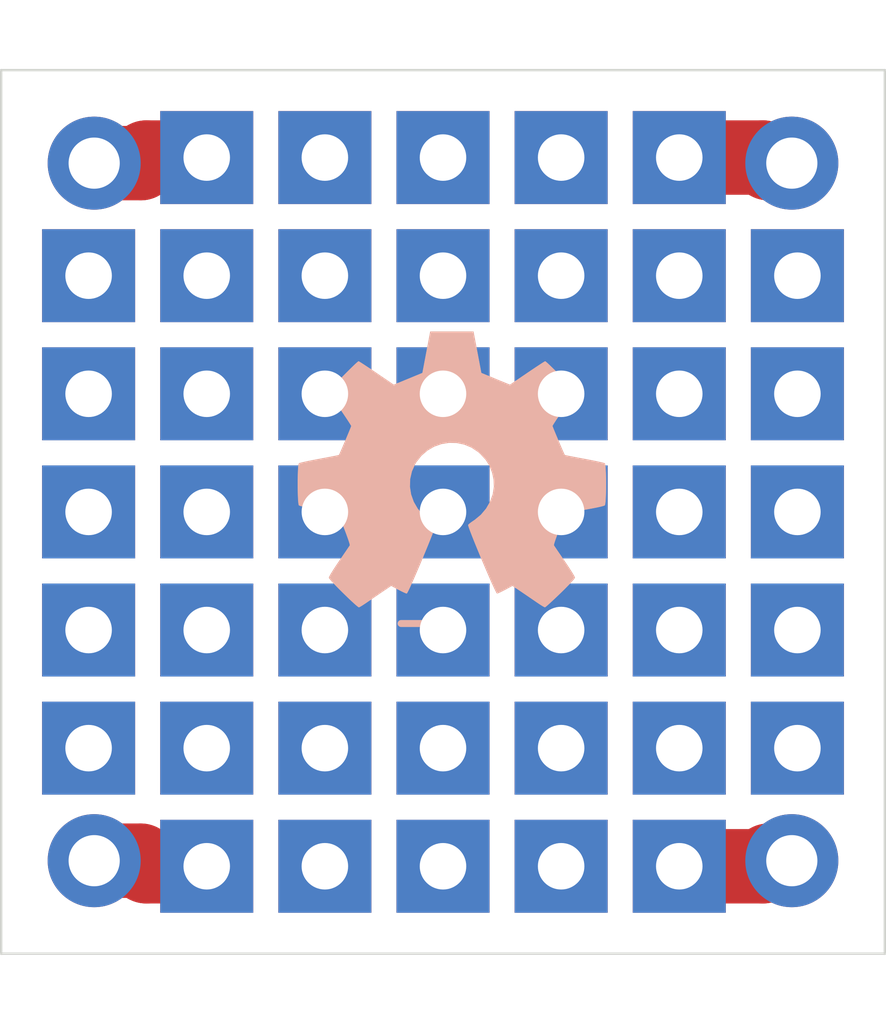
<source format=kicad_pcb>
(kicad_pcb (version 20171130) (host pcbnew 5.1.8-db9833491~87~ubuntu20.04.1)

  (general
    (thickness 1.6)
    (drawings 4)
    (tracks 12)
    (zones 0)
    (modules 7)
    (nets 5)
  )

  (page A4)
  (layers
    (0 F.Cu signal)
    (31 B.Cu signal)
    (32 B.Adhes user)
    (33 F.Adhes user)
    (34 B.Paste user)
    (35 F.Paste user)
    (36 B.SilkS user)
    (37 F.SilkS user)
    (38 B.Mask user)
    (39 F.Mask user)
    (40 Dwgs.User user)
    (41 Cmts.User user)
    (42 Eco1.User user)
    (43 Eco2.User user)
    (44 Edge.Cuts user)
    (45 Margin user)
    (46 B.CrtYd user)
    (47 F.CrtYd user)
    (48 B.Fab user)
    (49 F.Fab user)
  )

  (setup
    (last_trace_width 1.6)
    (user_trace_width 0.2)
    (user_trace_width 0.3)
    (user_trace_width 0.4)
    (user_trace_width 0.6)
    (user_trace_width 0.8)
    (user_trace_width 1)
    (user_trace_width 1.2)
    (user_trace_width 1.4)
    (user_trace_width 1.6)
    (user_trace_width 2)
    (trace_clearance 0.2)
    (zone_clearance 0.508)
    (zone_45_only no)
    (trace_min 0.1524)
    (via_size 0.8)
    (via_drill 0.4)
    (via_min_size 0.381)
    (via_min_drill 0.254)
    (user_via 0.4 0.254)
    (user_via 0.5 0.3)
    (user_via 0.6 0.4)
    (user_via 0.8 0.6)
    (user_via 1.1 0.8)
    (user_via 1.3 1)
    (user_via 1.5 1.2)
    (user_via 1.7 1.4)
    (user_via 1.9 1.6)
    (user_via 2.5 2)
    (uvia_size 0.3)
    (uvia_drill 0.1)
    (uvias_allowed no)
    (uvia_min_size 0.2)
    (uvia_min_drill 0.1)
    (edge_width 0.05)
    (segment_width 0.2)
    (pcb_text_width 0.3)
    (pcb_text_size 1.5 1.5)
    (mod_edge_width 0.12)
    (mod_text_size 0.8 0.8)
    (mod_text_width 0.12)
    (pad_size 1.524 1.524)
    (pad_drill 0.762)
    (pad_to_mask_clearance 0.0762)
    (solder_mask_min_width 0.1016)
    (pad_to_paste_clearance_ratio -0.1)
    (aux_axis_origin 0 0)
    (visible_elements FFFFFF7F)
    (pcbplotparams
      (layerselection 0x010fc_ffffffff)
      (usegerberextensions false)
      (usegerberattributes true)
      (usegerberadvancedattributes true)
      (creategerberjobfile true)
      (excludeedgelayer true)
      (linewidth 0.100000)
      (plotframeref false)
      (viasonmask false)
      (mode 1)
      (useauxorigin false)
      (hpglpennumber 1)
      (hpglpenspeed 20)
      (hpglpendiameter 15.000000)
      (psnegative false)
      (psa4output false)
      (plotreference true)
      (plotvalue true)
      (plotinvisibletext false)
      (padsonsilk false)
      (subtractmaskfromsilk false)
      (outputformat 1)
      (mirror false)
      (drillshape 1)
      (scaleselection 1)
      (outputdirectory ""))
  )

  (net 0 "")
  (net 1 /1)
  (net 2 /2)
  (net 3 /4)
  (net 4 /3)

  (net_class Default "This is the default net class."
    (clearance 0.2)
    (trace_width 0.25)
    (via_dia 0.8)
    (via_drill 0.4)
    (uvia_dia 0.3)
    (uvia_drill 0.1)
    (add_net /1)
    (add_net /2)
    (add_net /3)
    (add_net /4)
  )

  (module SquantorProto:proto-TH-0245-KOSGRID-1X1-P020SQ-H010 (layer F.Cu) (tedit 5FB8F79F) (tstamp 5FB95FE5)
    (at 149.5 70.5)
    (descr "Komos grid 1 by 1 prototyping area")
    (tags "KOSMOS prototyping area")
    (path /5FB8068F)
    (fp_text reference U1 (at 0 -10.16) (layer F.Fab)
      (effects (font (size 1 1) (thickness 0.15)))
    )
    (fp_text value KOSMOS_1x1_protoarea (at 0 10.16) (layer F.Fab)
      (effects (font (size 1 1) (thickness 0.15)))
    )
    (pad NC thru_hole rect (at -2.54 7.62) (size 2 2) (drill 1) (layers *.Cu *.Mask))
    (pad NC thru_hole rect (at 0 7.62) (size 2 2) (drill 1) (layers *.Cu *.Mask))
    (pad 3 thru_hole rect (at 5.08 7.62) (size 2 2) (drill 1) (layers *.Cu *.Mask)
      (net 4 /3))
    (pad 2 thru_hole rect (at -5.08 7.62) (size 2 2) (drill 1) (layers *.Cu *.Mask)
      (net 2 /2))
    (pad NC thru_hole rect (at 2.54 7.62) (size 2 2) (drill 1) (layers *.Cu *.Mask))
    (pad NC thru_hole rect (at -7.62 2.54) (size 2 2) (drill 1) (layers *.Cu *.Mask))
    (pad NC thru_hole rect (at 2.54 5.08) (size 2 2) (drill 1) (layers *.Cu *.Mask))
    (pad NC thru_hole rect (at 5.08 2.54) (size 2 2) (drill 1) (layers *.Cu *.Mask))
    (pad NC thru_hole rect (at -2.54 2.54) (size 2 2) (drill 1) (layers *.Cu *.Mask))
    (pad NC thru_hole rect (at 0 5.08) (size 2 2) (drill 1) (layers *.Cu *.Mask))
    (pad NC thru_hole rect (at -5.08 2.54) (size 2 2) (drill 1) (layers *.Cu *.Mask))
    (pad NC thru_hole rect (at -5.08 5.08) (size 2 2) (drill 1) (layers *.Cu *.Mask))
    (pad NC thru_hole rect (at -7.62 5.08) (size 2 2) (drill 1) (layers *.Cu *.Mask))
    (pad NC thru_hole rect (at -2.54 5.08) (size 2 2) (drill 1) (layers *.Cu *.Mask))
    (pad NC thru_hole rect (at 0 2.54) (size 2 2) (drill 1) (layers *.Cu *.Mask))
    (pad NC thru_hole rect (at 7.62 2.54) (size 2 2) (drill 1) (layers *.Cu *.Mask))
    (pad NC thru_hole rect (at 2.54 2.54) (size 2 2) (drill 1) (layers *.Cu *.Mask))
    (pad NC thru_hole rect (at 7.62 5.08) (size 2 2) (drill 1) (layers *.Cu *.Mask))
    (pad NC thru_hole rect (at 5.08 5.08) (size 2 2) (drill 1) (layers *.Cu *.Mask))
    (pad NC thru_hole rect (at -7.62 -5.08) (size 2 2) (drill 1) (layers *.Cu *.Mask))
    (pad NC thru_hole rect (at -2.54 -5.08) (size 2 2) (drill 1) (layers *.Cu *.Mask))
    (pad NC thru_hole rect (at 0 -7.62) (size 2 2) (drill 1) (layers *.Cu *.Mask))
    (pad NC thru_hole rect (at -5.08 -5.08) (size 2 2) (drill 1) (layers *.Cu *.Mask))
    (pad 1 thru_hole rect (at -5.08 -7.62) (size 2 2) (drill 1) (layers *.Cu *.Mask)
      (net 1 /1))
    (pad NC thru_hole rect (at 2.54 -7.62) (size 2 2) (drill 1) (layers *.Cu *.Mask))
    (pad NC thru_hole rect (at -2.54 -7.62) (size 2 2) (drill 1) (layers *.Cu *.Mask))
    (pad NC thru_hole rect (at 2.54 -5.08) (size 2 2) (drill 1) (layers *.Cu *.Mask))
    (pad NC thru_hole rect (at 0 -5.08) (size 2 2) (drill 1) (layers *.Cu *.Mask))
    (pad NC thru_hole rect (at 7.62 -5.08) (size 2 2) (drill 1) (layers *.Cu *.Mask))
    (pad 4 thru_hole rect (at 5.08 -7.62) (size 2 2) (drill 1) (layers *.Cu *.Mask)
      (net 3 /4))
    (pad NC thru_hole rect (at 5.08 -5.08) (size 2 2) (drill 1) (layers *.Cu *.Mask))
    (pad NC thru_hole rect (at -7.62 -2.54) (size 2 2) (drill 1) (layers *.Cu *.Mask))
    (pad NC thru_hole rect (at -7.62 0) (size 2 2) (drill 1) (layers *.Cu *.Mask))
    (pad NC thru_hole rect (at -5.08 -2.54) (size 2 2) (drill 1) (layers *.Cu *.Mask))
    (pad NC thru_hole rect (at -5.08 0) (size 2 2) (drill 1) (layers *.Cu *.Mask))
    (pad NC thru_hole rect (at 7.62 -2.54) (size 2 2) (drill 1) (layers *.Cu *.Mask))
    (pad NC thru_hole rect (at 7.62 0) (size 2 2) (drill 1) (layers *.Cu *.Mask))
    (pad NC thru_hole rect (at 2.54 -2.54) (size 2 2) (drill 1) (layers *.Cu *.Mask))
    (pad NC thru_hole rect (at 5.08 0) (size 2 2) (drill 1) (layers *.Cu *.Mask))
    (pad NC thru_hole rect (at 2.54 0) (size 2 2) (drill 1) (layers *.Cu *.Mask))
    (pad NC thru_hole rect (at 5.08 -2.54) (size 2 2) (drill 1) (layers *.Cu *.Mask))
    (pad NC thru_hole rect (at 0 -2.54) (size 2 2) (drill 1) (layers *.Cu *.Mask))
    (pad NC thru_hole rect (at -2.54 -2.54) (size 2 2) (drill 1) (layers *.Cu *.Mask))
    (pad NC thru_hole rect (at -2.54 0) (size 2 2) (drill 1) (layers *.Cu *.Mask))
    (pad NC thru_hole rect (at 0 0) (size 2 2) (drill 1) (layers *.Cu *.Mask))
  )

  (module mill-max:PC_pin_nail_head_6092 locked (layer F.Cu) (tedit 5FB583BD) (tstamp 5FB5E4C9)
    (at 157 78)
    (path /5FB5975F)
    (fp_text reference J4 (at -2 -2) (layer F.Fab)
      (effects (font (size 1 1) (thickness 0.15)))
    )
    (fp_text value 3 (at -2 -2) (layer F.Fab)
      (effects (font (size 1 1) (thickness 0.15)))
    )
    (fp_circle (center 0 0) (end 1.3 0) (layer F.CrtYd) (width 0.025))
    (fp_circle (center 0 0) (end 1.3 0) (layer B.CrtYd) (width 0.025))
    (pad 1 thru_hole circle (at 0 0) (size 2 2) (drill 1.1) (layers *.Cu *.Mask)
      (net 4 /3))
  )

  (module mill-max:PC_pin_nail_head_6092 locked (layer F.Cu) (tedit 5FB583BD) (tstamp 5FB5E4C2)
    (at 157 63)
    (path /5FB592C5)
    (fp_text reference J3 (at -2 2) (layer F.Fab)
      (effects (font (size 1 1) (thickness 0.15)))
    )
    (fp_text value 4 (at -2 2) (layer F.Fab)
      (effects (font (size 1 1) (thickness 0.15)))
    )
    (fp_circle (center 0 0) (end 1.3 0) (layer F.CrtYd) (width 0.025))
    (fp_circle (center 0 0) (end 1.3 0) (layer B.CrtYd) (width 0.025))
    (pad 1 thru_hole circle (at 0 0) (size 2 2) (drill 1.1) (layers *.Cu *.Mask)
      (net 3 /4))
  )

  (module mill-max:PC_pin_nail_head_6092 locked (layer F.Cu) (tedit 5FB583BD) (tstamp 5FB5E4BB)
    (at 142 78)
    (path /5FB58352)
    (fp_text reference J2 (at 2 -2) (layer F.Fab)
      (effects (font (size 1 1) (thickness 0.15)))
    )
    (fp_text value 2 (at 2 -2) (layer F.Fab)
      (effects (font (size 1 1) (thickness 0.15)))
    )
    (fp_circle (center 0 0) (end 1.3 0) (layer F.CrtYd) (width 0.025))
    (fp_circle (center 0 0) (end 1.3 0) (layer B.CrtYd) (width 0.025))
    (pad 1 thru_hole circle (at 0 0) (size 2 2) (drill 1.1) (layers *.Cu *.Mask)
      (net 2 /2))
  )

  (module mill-max:PC_pin_nail_head_6092 locked (layer F.Cu) (tedit 5FB583BD) (tstamp 5FB5E4B4)
    (at 142 63)
    (path /5FB58B49)
    (fp_text reference J1 (at 2 2) (layer F.Fab)
      (effects (font (size 1 1) (thickness 0.15)))
    )
    (fp_text value 1 (at 2 2) (layer F.Fab)
      (effects (font (size 1 1) (thickness 0.15)))
    )
    (fp_circle (center 0 0) (end 1.3 0) (layer F.CrtYd) (width 0.025))
    (fp_circle (center 0 0) (end 1.3 0) (layer B.CrtYd) (width 0.025))
    (pad 1 thru_hole circle (at 0 0) (size 2 2) (drill 1.1) (layers *.Cu *.Mask)
      (net 1 /1))
  )

  (module Symbol:OSHW-Symbol_6.7x6mm_SilkScreen (layer B.Cu) (tedit 0) (tstamp 5EE12086)
    (at 149.7 69.6 180)
    (descr "Open Source Hardware Symbol")
    (tags "Logo Symbol OSHW")
    (path /5EE13678)
    (attr virtual)
    (fp_text reference N2 (at 0 0) (layer B.SilkS) hide
      (effects (font (size 1 1) (thickness 0.15)) (justify mirror))
    )
    (fp_text value OHWLOGO (at 0.75 0) (layer B.Fab) hide
      (effects (font (size 1 1) (thickness 0.15)) (justify mirror))
    )
    (fp_poly (pts (xy 0.555814 2.531069) (xy 0.639635 2.086445) (xy 0.94892 1.958947) (xy 1.258206 1.831449)
      (xy 1.629246 2.083754) (xy 1.733157 2.154004) (xy 1.827087 2.216728) (xy 1.906652 2.269062)
      (xy 1.96747 2.308143) (xy 2.005157 2.331107) (xy 2.015421 2.336058) (xy 2.03391 2.323324)
      (xy 2.07342 2.288118) (xy 2.129522 2.234938) (xy 2.197787 2.168282) (xy 2.273786 2.092646)
      (xy 2.353092 2.012528) (xy 2.431275 1.932426) (xy 2.503907 1.856836) (xy 2.566559 1.790255)
      (xy 2.614803 1.737182) (xy 2.64421 1.702113) (xy 2.651241 1.690377) (xy 2.641123 1.66874)
      (xy 2.612759 1.621338) (xy 2.569129 1.552807) (xy 2.513218 1.467785) (xy 2.448006 1.370907)
      (xy 2.410219 1.31565) (xy 2.341343 1.214752) (xy 2.28014 1.123701) (xy 2.229578 1.04703)
      (xy 2.192628 0.989272) (xy 2.172258 0.954957) (xy 2.169197 0.947746) (xy 2.176136 0.927252)
      (xy 2.195051 0.879487) (xy 2.223087 0.811168) (xy 2.257391 0.729011) (xy 2.295109 0.63973)
      (xy 2.333387 0.550042) (xy 2.36937 0.466662) (xy 2.400206 0.396306) (xy 2.423039 0.34569)
      (xy 2.435017 0.321529) (xy 2.435724 0.320578) (xy 2.454531 0.315964) (xy 2.504618 0.305672)
      (xy 2.580793 0.290713) (xy 2.677865 0.272099) (xy 2.790643 0.250841) (xy 2.856442 0.238582)
      (xy 2.97695 0.215638) (xy 3.085797 0.193805) (xy 3.177476 0.174278) (xy 3.246481 0.158252)
      (xy 3.287304 0.146921) (xy 3.295511 0.143326) (xy 3.303548 0.118994) (xy 3.310033 0.064041)
      (xy 3.31497 -0.015108) (xy 3.318364 -0.112026) (xy 3.320218 -0.220287) (xy 3.320538 -0.333465)
      (xy 3.319327 -0.445135) (xy 3.31659 -0.548868) (xy 3.312331 -0.638241) (xy 3.306555 -0.706826)
      (xy 3.299267 -0.748197) (xy 3.294895 -0.75681) (xy 3.268764 -0.767133) (xy 3.213393 -0.781892)
      (xy 3.136107 -0.799352) (xy 3.04423 -0.81778) (xy 3.012158 -0.823741) (xy 2.857524 -0.852066)
      (xy 2.735375 -0.874876) (xy 2.641673 -0.89308) (xy 2.572384 -0.907583) (xy 2.523471 -0.919292)
      (xy 2.490897 -0.929115) (xy 2.470628 -0.937956) (xy 2.458626 -0.946724) (xy 2.456947 -0.948457)
      (xy 2.440184 -0.976371) (xy 2.414614 -1.030695) (xy 2.382788 -1.104777) (xy 2.34726 -1.191965)
      (xy 2.310583 -1.285608) (xy 2.275311 -1.379052) (xy 2.243996 -1.465647) (xy 2.219193 -1.53874)
      (xy 2.203454 -1.591678) (xy 2.199332 -1.617811) (xy 2.199676 -1.618726) (xy 2.213641 -1.640086)
      (xy 2.245322 -1.687084) (xy 2.291391 -1.754827) (xy 2.348518 -1.838423) (xy 2.413373 -1.932982)
      (xy 2.431843 -1.959854) (xy 2.497699 -2.057275) (xy 2.55565 -2.146163) (xy 2.602538 -2.221412)
      (xy 2.635207 -2.27792) (xy 2.6505 -2.310581) (xy 2.651241 -2.314593) (xy 2.638392 -2.335684)
      (xy 2.602888 -2.377464) (xy 2.549293 -2.435445) (xy 2.482171 -2.505135) (xy 2.406087 -2.582045)
      (xy 2.325604 -2.661683) (xy 2.245287 -2.739561) (xy 2.169699 -2.811186) (xy 2.103405 -2.87207)
      (xy 2.050969 -2.917721) (xy 2.016955 -2.94365) (xy 2.007545 -2.947883) (xy 1.985643 -2.937912)
      (xy 1.9408 -2.91102) (xy 1.880321 -2.871736) (xy 1.833789 -2.840117) (xy 1.749475 -2.782098)
      (xy 1.649626 -2.713784) (xy 1.549473 -2.645579) (xy 1.495627 -2.609075) (xy 1.313371 -2.4858)
      (xy 1.160381 -2.56852) (xy 1.090682 -2.604759) (xy 1.031414 -2.632926) (xy 0.991311 -2.648991)
      (xy 0.981103 -2.651226) (xy 0.968829 -2.634722) (xy 0.944613 -2.588082) (xy 0.910263 -2.515609)
      (xy 0.867588 -2.421606) (xy 0.818394 -2.310374) (xy 0.76449 -2.186215) (xy 0.707684 -2.053432)
      (xy 0.649782 -1.916327) (xy 0.592593 -1.779202) (xy 0.537924 -1.646358) (xy 0.487584 -1.522098)
      (xy 0.44338 -1.410725) (xy 0.407119 -1.316539) (xy 0.380609 -1.243844) (xy 0.365658 -1.196941)
      (xy 0.363254 -1.180833) (xy 0.382311 -1.160286) (xy 0.424036 -1.126933) (xy 0.479706 -1.087702)
      (xy 0.484378 -1.084599) (xy 0.628264 -0.969423) (xy 0.744283 -0.835053) (xy 0.83143 -0.685784)
      (xy 0.888699 -0.525913) (xy 0.915086 -0.359737) (xy 0.909585 -0.191552) (xy 0.87119 -0.025655)
      (xy 0.798895 0.133658) (xy 0.777626 0.168513) (xy 0.666996 0.309263) (xy 0.536302 0.422286)
      (xy 0.390064 0.506997) (xy 0.232808 0.562806) (xy 0.069057 0.589126) (xy -0.096667 0.58537)
      (xy -0.259838 0.55095) (xy -0.415935 0.485277) (xy -0.560433 0.387765) (xy -0.605131 0.348187)
      (xy -0.718888 0.224297) (xy -0.801782 0.093876) (xy -0.858644 -0.052315) (xy -0.890313 -0.197088)
      (xy -0.898131 -0.35986) (xy -0.872062 -0.52344) (xy -0.814755 -0.682298) (xy -0.728856 -0.830906)
      (xy -0.617014 -0.963735) (xy -0.481877 -1.075256) (xy -0.464117 -1.087011) (xy -0.40785 -1.125508)
      (xy -0.365077 -1.158863) (xy -0.344628 -1.18016) (xy -0.344331 -1.180833) (xy -0.348721 -1.203871)
      (xy -0.366124 -1.256157) (xy -0.394732 -1.33339) (xy -0.432735 -1.431268) (xy -0.478326 -1.545491)
      (xy -0.529697 -1.671758) (xy -0.585038 -1.805767) (xy -0.642542 -1.943218) (xy -0.700399 -2.079808)
      (xy -0.756802 -2.211237) (xy -0.809942 -2.333205) (xy -0.85801 -2.441409) (xy -0.899199 -2.531549)
      (xy -0.931699 -2.599323) (xy -0.953703 -2.64043) (xy -0.962564 -2.651226) (xy -0.98964 -2.642819)
      (xy -1.040303 -2.620272) (xy -1.105817 -2.587613) (xy -1.141841 -2.56852) (xy -1.294832 -2.4858)
      (xy -1.477088 -2.609075) (xy -1.570125 -2.672228) (xy -1.671985 -2.741727) (xy -1.767438 -2.807165)
      (xy -1.81525 -2.840117) (xy -1.882495 -2.885273) (xy -1.939436 -2.921057) (xy -1.978646 -2.942938)
      (xy -1.991381 -2.947563) (xy -2.009917 -2.935085) (xy -2.050941 -2.900252) (xy -2.110475 -2.846678)
      (xy -2.184542 -2.777983) (xy -2.269165 -2.697781) (xy -2.322685 -2.646286) (xy -2.416319 -2.554286)
      (xy -2.497241 -2.471999) (xy -2.562177 -2.402945) (xy -2.607858 -2.350644) (xy -2.631011 -2.318616)
      (xy -2.633232 -2.312116) (xy -2.622924 -2.287394) (xy -2.594439 -2.237405) (xy -2.550937 -2.167212)
      (xy -2.495577 -2.081875) (xy -2.43152 -1.986456) (xy -2.413303 -1.959854) (xy -2.346927 -1.863167)
      (xy -2.287378 -1.776117) (xy -2.237984 -1.703595) (xy -2.202075 -1.650493) (xy -2.182981 -1.621703)
      (xy -2.181136 -1.618726) (xy -2.183895 -1.595782) (xy -2.198538 -1.545336) (xy -2.222513 -1.474041)
      (xy -2.253266 -1.388547) (xy -2.288244 -1.295507) (xy -2.324893 -1.201574) (xy -2.360661 -1.113399)
      (xy -2.392994 -1.037634) (xy -2.419338 -0.980931) (xy -2.437142 -0.949943) (xy -2.438407 -0.948457)
      (xy -2.449294 -0.939601) (xy -2.467682 -0.930843) (xy -2.497606 -0.921277) (xy -2.543103 -0.909996)
      (xy -2.608209 -0.896093) (xy -2.696961 -0.878663) (xy -2.813393 -0.856798) (xy -2.961542 -0.829591)
      (xy -2.993618 -0.823741) (xy -3.088686 -0.805374) (xy -3.171565 -0.787405) (xy -3.23493 -0.771569)
      (xy -3.271458 -0.7596) (xy -3.276356 -0.75681) (xy -3.284427 -0.732072) (xy -3.290987 -0.67679)
      (xy -3.296033 -0.597389) (xy -3.299559 -0.500296) (xy -3.301561 -0.391938) (xy -3.302036 -0.27874)
      (xy -3.300977 -0.167128) (xy -3.298382 -0.063529) (xy -3.294246 0.025632) (xy -3.288563 0.093928)
      (xy -3.281331 0.134934) (xy -3.276971 0.143326) (xy -3.252698 0.151792) (xy -3.197426 0.165565)
      (xy -3.116662 0.18345) (xy -3.015912 0.204252) (xy -2.900683 0.226777) (xy -2.837902 0.238582)
      (xy -2.718787 0.260849) (xy -2.612565 0.281021) (xy -2.524427 0.298085) (xy -2.459566 0.311031)
      (xy -2.423174 0.318845) (xy -2.417184 0.320578) (xy -2.407061 0.34011) (xy -2.385662 0.387157)
      (xy -2.355839 0.454997) (xy -2.320445 0.536909) (xy -2.282332 0.626172) (xy -2.244353 0.716065)
      (xy -2.20936 0.799865) (xy -2.180206 0.870853) (xy -2.159743 0.922306) (xy -2.150823 0.947503)
      (xy -2.150657 0.948604) (xy -2.160769 0.968481) (xy -2.189117 1.014223) (xy -2.232723 1.081283)
      (xy -2.288606 1.165116) (xy -2.353787 1.261174) (xy -2.391679 1.31635) (xy -2.460725 1.417519)
      (xy -2.52205 1.50937) (xy -2.572663 1.587256) (xy -2.609571 1.646531) (xy -2.629782 1.682549)
      (xy -2.632701 1.690623) (xy -2.620153 1.709416) (xy -2.585463 1.749543) (xy -2.533063 1.806507)
      (xy -2.467384 1.875815) (xy -2.392856 1.952969) (xy -2.313913 2.033475) (xy -2.234983 2.112837)
      (xy -2.1605 2.18656) (xy -2.094894 2.250148) (xy -2.042596 2.299106) (xy -2.008039 2.328939)
      (xy -1.996478 2.336058) (xy -1.977654 2.326047) (xy -1.932631 2.297922) (xy -1.865787 2.254546)
      (xy -1.781499 2.198782) (xy -1.684144 2.133494) (xy -1.610707 2.083754) (xy -1.239667 1.831449)
      (xy -0.621095 2.086445) (xy -0.537275 2.531069) (xy -0.453454 2.975693) (xy 0.471994 2.975693)
      (xy 0.555814 2.531069)) (layer B.SilkS) (width 0.01))
  )

  (module SquantorLabels:Label_Generic (layer B.Cu) (tedit 5D8A7D4C) (tstamp 5EE12051)
    (at 149.1 73.5)
    (descr "Label for general purpose use")
    (tags Label)
    (path /5EE12BF3)
    (attr smd)
    (fp_text reference N1 (at 0 -1.85) (layer B.Fab) hide
      (effects (font (size 1 1) (thickness 0.15)) (justify mirror))
    )
    (fp_text value 20201120 (at 0.8 0.1) (layer F.Fab)
      (effects (font (size 0.8 0.8) (thickness 0.15)) (justify mirror))
    )
    (fp_line (start -0.5 -0.6) (end 0.5 -0.6) (layer B.SilkS) (width 0.15))
  )

  (gr_line (start 159 61) (end 140 61) (layer Edge.Cuts) (width 0.05) (tstamp 5FB5E506))
  (gr_line (start 159 61) (end 159 80) (layer Edge.Cuts) (width 0.05) (tstamp 5FB5E4FA))
  (gr_line (start 140 80) (end 159 80) (layer Edge.Cuts) (width 0.05) (tstamp 5FB5E4F5))
  (gr_line (start 140 80) (end 140 61) (layer Edge.Cuts) (width 0.05))

  (segment (start 144.42 62.88) (end 143.12 62.88) (width 1.6) (layer F.Cu) (net 1))
  (segment (start 143 63) (end 142 63) (width 1.6) (layer F.Cu) (net 1))
  (segment (start 143.12 62.88) (end 143 63) (width 1.6) (layer F.Cu) (net 1))
  (segment (start 144.42 78.12) (end 143.12 78.12) (width 1.6) (layer F.Cu) (net 2))
  (segment (start 143 78) (end 142 78) (width 1.6) (layer F.Cu) (net 2))
  (segment (start 143.12 78.12) (end 143 78) (width 1.6) (layer F.Cu) (net 2))
  (segment (start 157 63) (end 156.5 63) (width 1.6) (layer F.Cu) (net 3))
  (segment (start 156.38 62.88) (end 154.58 62.88) (width 1.6) (layer F.Cu) (net 3))
  (segment (start 156.5 63) (end 156.38 62.88) (width 1.6) (layer F.Cu) (net 3))
  (segment (start 157 78) (end 156.5 78) (width 1.6) (layer F.Cu) (net 4))
  (segment (start 156.38 78.12) (end 154.58 78.12) (width 1.6) (layer F.Cu) (net 4))
  (segment (start 156.5 78) (end 156.38 78.12) (width 1.6) (layer F.Cu) (net 4))

)

</source>
